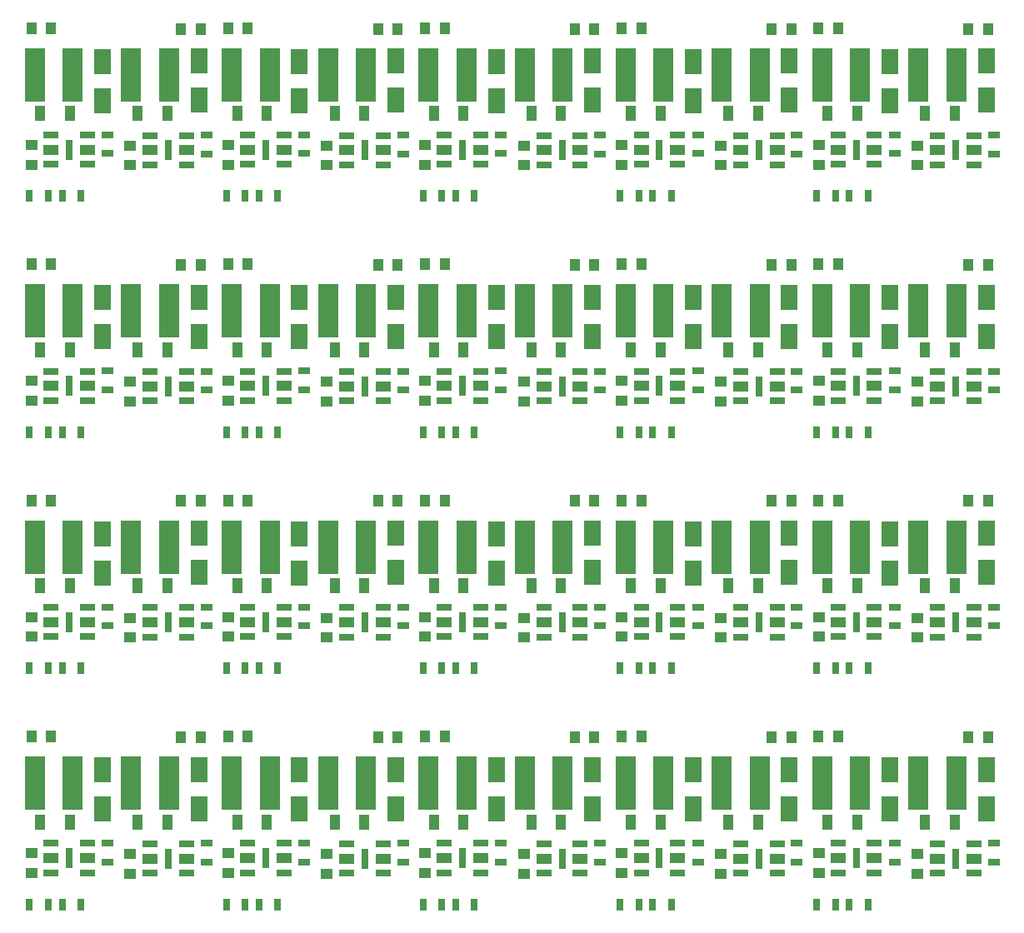
<source format=gtp>
G04 #@! TF.FileFunction,Paste,Top*
%FSLAX46Y46*%
G04 Gerber Fmt 4.6, Leading zero omitted, Abs format (unit mm)*
G04 Created by KiCad (PCBNEW 4.0.2-stable) date 9/7/2017 8:18:55 PM*
%MOMM*%
G01*
G04 APERTURE LIST*
%ADD10C,0.100000*%
%ADD11R,1.500000X0.700000*%
%ADD12R,1.500000X1.000000*%
%ADD13R,0.800000X2.000000*%
%ADD14R,1.300000X0.700000*%
%ADD15R,1.250000X1.000000*%
%ADD16R,1.800000X2.500000*%
%ADD17R,2.150000X5.500000*%
%ADD18R,1.000000X1.600000*%
%ADD19R,1.000000X1.250000*%
%ADD20R,0.700000X1.300000*%
G04 APERTURE END LIST*
D10*
D11*
X136752000Y-134800000D03*
X136752000Y-137800000D03*
X133052000Y-134800000D03*
D12*
X133052000Y-136300000D03*
D11*
X133052000Y-137800000D03*
D12*
X136752000Y-136300000D03*
D13*
X134902000Y-136300000D03*
D11*
X116752000Y-134800000D03*
X116752000Y-137800000D03*
X113052000Y-134800000D03*
D12*
X113052000Y-136300000D03*
D11*
X113052000Y-137800000D03*
D12*
X116752000Y-136300000D03*
D13*
X114902000Y-136300000D03*
D11*
X96752000Y-134800000D03*
X96752000Y-137800000D03*
X93052000Y-134800000D03*
D12*
X93052000Y-136300000D03*
D11*
X93052000Y-137800000D03*
D12*
X96752000Y-136300000D03*
D13*
X94902000Y-136300000D03*
D11*
X76752000Y-134800000D03*
X76752000Y-137800000D03*
X73052000Y-134800000D03*
D12*
X73052000Y-136300000D03*
D11*
X73052000Y-137800000D03*
D12*
X76752000Y-136300000D03*
D13*
X74902000Y-136300000D03*
D11*
X56752000Y-134800000D03*
X56752000Y-137800000D03*
X53052000Y-134800000D03*
D12*
X53052000Y-136300000D03*
D11*
X53052000Y-137800000D03*
D12*
X56752000Y-136300000D03*
D13*
X54902000Y-136300000D03*
D11*
X136752000Y-110800000D03*
X136752000Y-113800000D03*
X133052000Y-110800000D03*
D12*
X133052000Y-112300000D03*
D11*
X133052000Y-113800000D03*
D12*
X136752000Y-112300000D03*
D13*
X134902000Y-112300000D03*
D11*
X116752000Y-110800000D03*
X116752000Y-113800000D03*
X113052000Y-110800000D03*
D12*
X113052000Y-112300000D03*
D11*
X113052000Y-113800000D03*
D12*
X116752000Y-112300000D03*
D13*
X114902000Y-112300000D03*
D11*
X96752000Y-110800000D03*
X96752000Y-113800000D03*
X93052000Y-110800000D03*
D12*
X93052000Y-112300000D03*
D11*
X93052000Y-113800000D03*
D12*
X96752000Y-112300000D03*
D13*
X94902000Y-112300000D03*
D11*
X76752000Y-110800000D03*
X76752000Y-113800000D03*
X73052000Y-110800000D03*
D12*
X73052000Y-112300000D03*
D11*
X73052000Y-113800000D03*
D12*
X76752000Y-112300000D03*
D13*
X74902000Y-112300000D03*
D11*
X56752000Y-110800000D03*
X56752000Y-113800000D03*
X53052000Y-110800000D03*
D12*
X53052000Y-112300000D03*
D11*
X53052000Y-113800000D03*
D12*
X56752000Y-112300000D03*
D13*
X54902000Y-112300000D03*
D11*
X136752000Y-86800000D03*
X136752000Y-89800000D03*
X133052000Y-86800000D03*
D12*
X133052000Y-88300000D03*
D11*
X133052000Y-89800000D03*
D12*
X136752000Y-88300000D03*
D13*
X134902000Y-88300000D03*
D11*
X116752000Y-86800000D03*
X116752000Y-89800000D03*
X113052000Y-86800000D03*
D12*
X113052000Y-88300000D03*
D11*
X113052000Y-89800000D03*
D12*
X116752000Y-88300000D03*
D13*
X114902000Y-88300000D03*
D11*
X96752000Y-86800000D03*
X96752000Y-89800000D03*
X93052000Y-86800000D03*
D12*
X93052000Y-88300000D03*
D11*
X93052000Y-89800000D03*
D12*
X96752000Y-88300000D03*
D13*
X94902000Y-88300000D03*
D11*
X76752000Y-86800000D03*
X76752000Y-89800000D03*
X73052000Y-86800000D03*
D12*
X73052000Y-88300000D03*
D11*
X73052000Y-89800000D03*
D12*
X76752000Y-88300000D03*
D13*
X74902000Y-88300000D03*
D11*
X56752000Y-86800000D03*
X56752000Y-89800000D03*
X53052000Y-86800000D03*
D12*
X53052000Y-88300000D03*
D11*
X53052000Y-89800000D03*
D12*
X56752000Y-88300000D03*
D13*
X54902000Y-88300000D03*
D11*
X136752000Y-62800000D03*
X136752000Y-65800000D03*
X133052000Y-62800000D03*
D12*
X133052000Y-64300000D03*
D11*
X133052000Y-65800000D03*
D12*
X136752000Y-64300000D03*
D13*
X134902000Y-64300000D03*
D11*
X116752000Y-62800000D03*
X116752000Y-65800000D03*
X113052000Y-62800000D03*
D12*
X113052000Y-64300000D03*
D11*
X113052000Y-65800000D03*
D12*
X116752000Y-64300000D03*
D13*
X114902000Y-64300000D03*
D11*
X96752000Y-62800000D03*
X96752000Y-65800000D03*
X93052000Y-62800000D03*
D12*
X93052000Y-64300000D03*
D11*
X93052000Y-65800000D03*
D12*
X96752000Y-64300000D03*
D13*
X94902000Y-64300000D03*
D11*
X76752000Y-62800000D03*
X76752000Y-65800000D03*
X73052000Y-62800000D03*
D12*
X73052000Y-64300000D03*
D11*
X73052000Y-65800000D03*
D12*
X76752000Y-64300000D03*
D13*
X74902000Y-64300000D03*
D14*
X138813600Y-134791200D03*
X138813600Y-136691200D03*
X118813600Y-134791200D03*
X118813600Y-136691200D03*
X98813600Y-134791200D03*
X98813600Y-136691200D03*
X78813600Y-134791200D03*
X78813600Y-136691200D03*
X58813600Y-134791200D03*
X58813600Y-136691200D03*
X138813600Y-110791200D03*
X138813600Y-112691200D03*
X118813600Y-110791200D03*
X118813600Y-112691200D03*
X98813600Y-110791200D03*
X98813600Y-112691200D03*
X78813600Y-110791200D03*
X78813600Y-112691200D03*
X58813600Y-110791200D03*
X58813600Y-112691200D03*
X138813600Y-86791200D03*
X138813600Y-88691200D03*
X118813600Y-86791200D03*
X118813600Y-88691200D03*
X98813600Y-86791200D03*
X98813600Y-88691200D03*
X78813600Y-86791200D03*
X78813600Y-88691200D03*
X58813600Y-86791200D03*
X58813600Y-88691200D03*
X138813600Y-62791200D03*
X138813600Y-64691200D03*
X118813600Y-62791200D03*
X118813600Y-64691200D03*
X98813600Y-62791200D03*
X98813600Y-64691200D03*
X78813600Y-62791200D03*
X78813600Y-64691200D03*
D15*
X131092000Y-137808000D03*
X131092000Y-135808000D03*
X111092000Y-137808000D03*
X111092000Y-135808000D03*
X91092000Y-137808000D03*
X91092000Y-135808000D03*
X71092000Y-137808000D03*
X71092000Y-135808000D03*
X51092000Y-137808000D03*
X51092000Y-135808000D03*
X131092000Y-113808000D03*
X131092000Y-111808000D03*
X111092000Y-113808000D03*
X111092000Y-111808000D03*
X91092000Y-113808000D03*
X91092000Y-111808000D03*
X71092000Y-113808000D03*
X71092000Y-111808000D03*
X51092000Y-113808000D03*
X51092000Y-111808000D03*
X131092000Y-89808000D03*
X131092000Y-87808000D03*
X111092000Y-89808000D03*
X111092000Y-87808000D03*
X91092000Y-89808000D03*
X91092000Y-87808000D03*
X71092000Y-89808000D03*
X71092000Y-87808000D03*
X51092000Y-89808000D03*
X51092000Y-87808000D03*
X131092000Y-65808000D03*
X131092000Y-63808000D03*
X111092000Y-65808000D03*
X111092000Y-63808000D03*
X91092000Y-65808000D03*
X91092000Y-63808000D03*
X71092000Y-65808000D03*
X71092000Y-63808000D03*
D11*
X146857000Y-134839500D03*
X146857000Y-137839500D03*
X143157000Y-134839500D03*
D12*
X143157000Y-136339500D03*
D11*
X143157000Y-137839500D03*
D12*
X146857000Y-136339500D03*
D13*
X145007000Y-136339500D03*
D11*
X126857000Y-134839500D03*
X126857000Y-137839500D03*
X123157000Y-134839500D03*
D12*
X123157000Y-136339500D03*
D11*
X123157000Y-137839500D03*
D12*
X126857000Y-136339500D03*
D13*
X125007000Y-136339500D03*
D11*
X106857000Y-134839500D03*
X106857000Y-137839500D03*
X103157000Y-134839500D03*
D12*
X103157000Y-136339500D03*
D11*
X103157000Y-137839500D03*
D12*
X106857000Y-136339500D03*
D13*
X105007000Y-136339500D03*
D11*
X86857000Y-134839500D03*
X86857000Y-137839500D03*
X83157000Y-134839500D03*
D12*
X83157000Y-136339500D03*
D11*
X83157000Y-137839500D03*
D12*
X86857000Y-136339500D03*
D13*
X85007000Y-136339500D03*
D11*
X66857000Y-134839500D03*
X66857000Y-137839500D03*
X63157000Y-134839500D03*
D12*
X63157000Y-136339500D03*
D11*
X63157000Y-137839500D03*
D12*
X66857000Y-136339500D03*
D13*
X65007000Y-136339500D03*
D11*
X146857000Y-110839500D03*
X146857000Y-113839500D03*
X143157000Y-110839500D03*
D12*
X143157000Y-112339500D03*
D11*
X143157000Y-113839500D03*
D12*
X146857000Y-112339500D03*
D13*
X145007000Y-112339500D03*
D11*
X126857000Y-110839500D03*
X126857000Y-113839500D03*
X123157000Y-110839500D03*
D12*
X123157000Y-112339500D03*
D11*
X123157000Y-113839500D03*
D12*
X126857000Y-112339500D03*
D13*
X125007000Y-112339500D03*
D11*
X106857000Y-110839500D03*
X106857000Y-113839500D03*
X103157000Y-110839500D03*
D12*
X103157000Y-112339500D03*
D11*
X103157000Y-113839500D03*
D12*
X106857000Y-112339500D03*
D13*
X105007000Y-112339500D03*
D11*
X86857000Y-110839500D03*
X86857000Y-113839500D03*
X83157000Y-110839500D03*
D12*
X83157000Y-112339500D03*
D11*
X83157000Y-113839500D03*
D12*
X86857000Y-112339500D03*
D13*
X85007000Y-112339500D03*
D11*
X66857000Y-110839500D03*
X66857000Y-113839500D03*
X63157000Y-110839500D03*
D12*
X63157000Y-112339500D03*
D11*
X63157000Y-113839500D03*
D12*
X66857000Y-112339500D03*
D13*
X65007000Y-112339500D03*
D11*
X146857000Y-86839500D03*
X146857000Y-89839500D03*
X143157000Y-86839500D03*
D12*
X143157000Y-88339500D03*
D11*
X143157000Y-89839500D03*
D12*
X146857000Y-88339500D03*
D13*
X145007000Y-88339500D03*
D11*
X126857000Y-86839500D03*
X126857000Y-89839500D03*
X123157000Y-86839500D03*
D12*
X123157000Y-88339500D03*
D11*
X123157000Y-89839500D03*
D12*
X126857000Y-88339500D03*
D13*
X125007000Y-88339500D03*
D11*
X106857000Y-86839500D03*
X106857000Y-89839500D03*
X103157000Y-86839500D03*
D12*
X103157000Y-88339500D03*
D11*
X103157000Y-89839500D03*
D12*
X106857000Y-88339500D03*
D13*
X105007000Y-88339500D03*
D11*
X86857000Y-86839500D03*
X86857000Y-89839500D03*
X83157000Y-86839500D03*
D12*
X83157000Y-88339500D03*
D11*
X83157000Y-89839500D03*
D12*
X86857000Y-88339500D03*
D13*
X85007000Y-88339500D03*
D11*
X66857000Y-86839500D03*
X66857000Y-89839500D03*
X63157000Y-86839500D03*
D12*
X63157000Y-88339500D03*
D11*
X63157000Y-89839500D03*
D12*
X66857000Y-88339500D03*
D13*
X65007000Y-88339500D03*
D11*
X146857000Y-62839500D03*
X146857000Y-65839500D03*
X143157000Y-62839500D03*
D12*
X143157000Y-64339500D03*
D11*
X143157000Y-65839500D03*
D12*
X146857000Y-64339500D03*
D13*
X145007000Y-64339500D03*
D11*
X126857000Y-62839500D03*
X126857000Y-65839500D03*
X123157000Y-62839500D03*
D12*
X123157000Y-64339500D03*
D11*
X123157000Y-65839500D03*
D12*
X126857000Y-64339500D03*
D13*
X125007000Y-64339500D03*
D11*
X106857000Y-62839500D03*
X106857000Y-65839500D03*
X103157000Y-62839500D03*
D12*
X103157000Y-64339500D03*
D11*
X103157000Y-65839500D03*
D12*
X106857000Y-64339500D03*
D13*
X105007000Y-64339500D03*
D11*
X86857000Y-62839500D03*
X86857000Y-65839500D03*
X83157000Y-62839500D03*
D12*
X83157000Y-64339500D03*
D11*
X83157000Y-65839500D03*
D12*
X86857000Y-64339500D03*
D13*
X85007000Y-64339500D03*
D15*
X141125000Y-137871500D03*
X141125000Y-135871500D03*
X121125000Y-137871500D03*
X121125000Y-135871500D03*
X101125000Y-137871500D03*
X101125000Y-135871500D03*
X81125000Y-137871500D03*
X81125000Y-135871500D03*
X61125000Y-137871500D03*
X61125000Y-135871500D03*
X141125000Y-113871500D03*
X141125000Y-111871500D03*
X121125000Y-113871500D03*
X121125000Y-111871500D03*
X101125000Y-113871500D03*
X101125000Y-111871500D03*
X81125000Y-113871500D03*
X81125000Y-111871500D03*
X61125000Y-113871500D03*
X61125000Y-111871500D03*
X141125000Y-89871500D03*
X141125000Y-87871500D03*
X121125000Y-89871500D03*
X121125000Y-87871500D03*
X101125000Y-89871500D03*
X101125000Y-87871500D03*
X81125000Y-89871500D03*
X81125000Y-87871500D03*
X61125000Y-89871500D03*
X61125000Y-87871500D03*
X141125000Y-65871500D03*
X141125000Y-63871500D03*
X121125000Y-65871500D03*
X121125000Y-63871500D03*
X101125000Y-65871500D03*
X101125000Y-63871500D03*
X81125000Y-65871500D03*
X81125000Y-63871500D03*
D14*
X148872000Y-134803900D03*
X148872000Y-136703900D03*
X128872000Y-134803900D03*
X128872000Y-136703900D03*
X108872000Y-134803900D03*
X108872000Y-136703900D03*
X88872000Y-134803900D03*
X88872000Y-136703900D03*
X68872000Y-134803900D03*
X68872000Y-136703900D03*
X148872000Y-110803900D03*
X148872000Y-112703900D03*
X128872000Y-110803900D03*
X128872000Y-112703900D03*
X108872000Y-110803900D03*
X108872000Y-112703900D03*
X88872000Y-110803900D03*
X88872000Y-112703900D03*
X68872000Y-110803900D03*
X68872000Y-112703900D03*
X148872000Y-86803900D03*
X148872000Y-88703900D03*
X128872000Y-86803900D03*
X128872000Y-88703900D03*
X108872000Y-86803900D03*
X108872000Y-88703900D03*
X88872000Y-86803900D03*
X88872000Y-88703900D03*
X68872000Y-86803900D03*
X68872000Y-88703900D03*
X148872000Y-62803900D03*
X148872000Y-64703900D03*
X128872000Y-62803900D03*
X128872000Y-64703900D03*
X108872000Y-62803900D03*
X108872000Y-64703900D03*
X88872000Y-62803900D03*
X88872000Y-64703900D03*
D16*
X138331000Y-131315000D03*
X138331000Y-127315000D03*
X118331000Y-131315000D03*
X118331000Y-127315000D03*
X98331000Y-131315000D03*
X98331000Y-127315000D03*
X78331000Y-131315000D03*
X78331000Y-127315000D03*
X58331000Y-131315000D03*
X58331000Y-127315000D03*
X138331000Y-107315000D03*
X138331000Y-103315000D03*
X118331000Y-107315000D03*
X118331000Y-103315000D03*
X98331000Y-107315000D03*
X98331000Y-103315000D03*
X78331000Y-107315000D03*
X78331000Y-103315000D03*
X58331000Y-107315000D03*
X58331000Y-103315000D03*
X138331000Y-83315000D03*
X138331000Y-79315000D03*
X118331000Y-83315000D03*
X118331000Y-79315000D03*
X98331000Y-83315000D03*
X98331000Y-79315000D03*
X78331000Y-83315000D03*
X78331000Y-79315000D03*
X58331000Y-83315000D03*
X58331000Y-79315000D03*
X138331000Y-59315000D03*
X138331000Y-55315000D03*
X118331000Y-59315000D03*
X118331000Y-55315000D03*
X98331000Y-59315000D03*
X98331000Y-55315000D03*
X78331000Y-59315000D03*
X78331000Y-55315000D03*
D17*
X131453000Y-128680000D03*
X135303000Y-128680000D03*
X111453000Y-128680000D03*
X115303000Y-128680000D03*
X91453000Y-128680000D03*
X95303000Y-128680000D03*
X71453000Y-128680000D03*
X75303000Y-128680000D03*
X51453000Y-128680000D03*
X55303000Y-128680000D03*
X131453000Y-104680000D03*
X135303000Y-104680000D03*
X111453000Y-104680000D03*
X115303000Y-104680000D03*
X91453000Y-104680000D03*
X95303000Y-104680000D03*
X71453000Y-104680000D03*
X75303000Y-104680000D03*
X51453000Y-104680000D03*
X55303000Y-104680000D03*
X131453000Y-80680000D03*
X135303000Y-80680000D03*
X111453000Y-80680000D03*
X115303000Y-80680000D03*
X91453000Y-80680000D03*
X95303000Y-80680000D03*
X71453000Y-80680000D03*
X75303000Y-80680000D03*
X51453000Y-80680000D03*
X55303000Y-80680000D03*
X131453000Y-56680000D03*
X135303000Y-56680000D03*
X111453000Y-56680000D03*
X115303000Y-56680000D03*
X91453000Y-56680000D03*
X95303000Y-56680000D03*
X71453000Y-56680000D03*
X75303000Y-56680000D03*
D18*
X132005000Y-132617000D03*
X135005000Y-132617000D03*
X112005000Y-132617000D03*
X115005000Y-132617000D03*
X92005000Y-132617000D03*
X95005000Y-132617000D03*
X72005000Y-132617000D03*
X75005000Y-132617000D03*
X52005000Y-132617000D03*
X55005000Y-132617000D03*
X132005000Y-108617000D03*
X135005000Y-108617000D03*
X112005000Y-108617000D03*
X115005000Y-108617000D03*
X92005000Y-108617000D03*
X95005000Y-108617000D03*
X72005000Y-108617000D03*
X75005000Y-108617000D03*
X52005000Y-108617000D03*
X55005000Y-108617000D03*
X132005000Y-84617000D03*
X135005000Y-84617000D03*
X112005000Y-84617000D03*
X115005000Y-84617000D03*
X92005000Y-84617000D03*
X95005000Y-84617000D03*
X72005000Y-84617000D03*
X75005000Y-84617000D03*
X52005000Y-84617000D03*
X55005000Y-84617000D03*
X132005000Y-60617000D03*
X135005000Y-60617000D03*
X112005000Y-60617000D03*
X115005000Y-60617000D03*
X92005000Y-60617000D03*
X95005000Y-60617000D03*
X72005000Y-60617000D03*
X75005000Y-60617000D03*
D19*
X131082600Y-123955600D03*
X133082600Y-123955600D03*
X111082600Y-123955600D03*
X113082600Y-123955600D03*
X91082600Y-123955600D03*
X93082600Y-123955600D03*
X71082600Y-123955600D03*
X73082600Y-123955600D03*
X51082600Y-123955600D03*
X53082600Y-123955600D03*
X131082600Y-99955600D03*
X133082600Y-99955600D03*
X111082600Y-99955600D03*
X113082600Y-99955600D03*
X91082600Y-99955600D03*
X93082600Y-99955600D03*
X71082600Y-99955600D03*
X73082600Y-99955600D03*
X51082600Y-99955600D03*
X53082600Y-99955600D03*
X131082600Y-75955600D03*
X133082600Y-75955600D03*
X111082600Y-75955600D03*
X113082600Y-75955600D03*
X91082600Y-75955600D03*
X93082600Y-75955600D03*
X71082600Y-75955600D03*
X73082600Y-75955600D03*
X51082600Y-75955600D03*
X53082600Y-75955600D03*
X131082600Y-51955600D03*
X133082600Y-51955600D03*
X111082600Y-51955600D03*
X113082600Y-51955600D03*
X91082600Y-51955600D03*
X93082600Y-51955600D03*
X71082600Y-51955600D03*
X73082600Y-51955600D03*
D16*
X148110000Y-131283000D03*
X148110000Y-127283000D03*
X128110000Y-131283000D03*
X128110000Y-127283000D03*
X108110000Y-131283000D03*
X108110000Y-127283000D03*
X88110000Y-131283000D03*
X88110000Y-127283000D03*
X68110000Y-131283000D03*
X68110000Y-127283000D03*
X148110000Y-107283000D03*
X148110000Y-103283000D03*
X128110000Y-107283000D03*
X128110000Y-103283000D03*
X108110000Y-107283000D03*
X108110000Y-103283000D03*
X88110000Y-107283000D03*
X88110000Y-103283000D03*
X68110000Y-107283000D03*
X68110000Y-103283000D03*
X148110000Y-83283000D03*
X148110000Y-79283000D03*
X128110000Y-83283000D03*
X128110000Y-79283000D03*
X108110000Y-83283000D03*
X108110000Y-79283000D03*
X88110000Y-83283000D03*
X88110000Y-79283000D03*
X68110000Y-83283000D03*
X68110000Y-79283000D03*
X148110000Y-59283000D03*
X148110000Y-55283000D03*
X128110000Y-59283000D03*
X128110000Y-55283000D03*
X108110000Y-59283000D03*
X108110000Y-55283000D03*
X88110000Y-59283000D03*
X88110000Y-55283000D03*
D18*
X141911000Y-132617000D03*
X144911000Y-132617000D03*
X121911000Y-132617000D03*
X124911000Y-132617000D03*
X101911000Y-132617000D03*
X104911000Y-132617000D03*
X81911000Y-132617000D03*
X84911000Y-132617000D03*
X61911000Y-132617000D03*
X64911000Y-132617000D03*
X141911000Y-108617000D03*
X144911000Y-108617000D03*
X121911000Y-108617000D03*
X124911000Y-108617000D03*
X101911000Y-108617000D03*
X104911000Y-108617000D03*
X81911000Y-108617000D03*
X84911000Y-108617000D03*
X61911000Y-108617000D03*
X64911000Y-108617000D03*
X141911000Y-84617000D03*
X144911000Y-84617000D03*
X121911000Y-84617000D03*
X124911000Y-84617000D03*
X101911000Y-84617000D03*
X104911000Y-84617000D03*
X81911000Y-84617000D03*
X84911000Y-84617000D03*
X61911000Y-84617000D03*
X64911000Y-84617000D03*
X141911000Y-60617000D03*
X144911000Y-60617000D03*
X121911000Y-60617000D03*
X124911000Y-60617000D03*
X101911000Y-60617000D03*
X104911000Y-60617000D03*
X81911000Y-60617000D03*
X84911000Y-60617000D03*
D19*
X148297200Y-124006400D03*
X146297200Y-124006400D03*
X128297200Y-124006400D03*
X126297200Y-124006400D03*
X108297200Y-124006400D03*
X106297200Y-124006400D03*
X88297200Y-124006400D03*
X86297200Y-124006400D03*
X68297200Y-124006400D03*
X66297200Y-124006400D03*
X148297200Y-100006400D03*
X146297200Y-100006400D03*
X128297200Y-100006400D03*
X126297200Y-100006400D03*
X108297200Y-100006400D03*
X106297200Y-100006400D03*
X88297200Y-100006400D03*
X86297200Y-100006400D03*
X68297200Y-100006400D03*
X66297200Y-100006400D03*
X148297200Y-76006400D03*
X146297200Y-76006400D03*
X128297200Y-76006400D03*
X126297200Y-76006400D03*
X108297200Y-76006400D03*
X106297200Y-76006400D03*
X88297200Y-76006400D03*
X86297200Y-76006400D03*
X68297200Y-76006400D03*
X66297200Y-76006400D03*
X148297200Y-52006400D03*
X146297200Y-52006400D03*
X128297200Y-52006400D03*
X126297200Y-52006400D03*
X108297200Y-52006400D03*
X106297200Y-52006400D03*
X88297200Y-52006400D03*
X86297200Y-52006400D03*
D17*
X141232000Y-128680000D03*
X145082000Y-128680000D03*
X121232000Y-128680000D03*
X125082000Y-128680000D03*
X101232000Y-128680000D03*
X105082000Y-128680000D03*
X81232000Y-128680000D03*
X85082000Y-128680000D03*
X61232000Y-128680000D03*
X65082000Y-128680000D03*
X141232000Y-104680000D03*
X145082000Y-104680000D03*
X121232000Y-104680000D03*
X125082000Y-104680000D03*
X101232000Y-104680000D03*
X105082000Y-104680000D03*
X81232000Y-104680000D03*
X85082000Y-104680000D03*
X61232000Y-104680000D03*
X65082000Y-104680000D03*
X141232000Y-80680000D03*
X145082000Y-80680000D03*
X121232000Y-80680000D03*
X125082000Y-80680000D03*
X101232000Y-80680000D03*
X105082000Y-80680000D03*
X81232000Y-80680000D03*
X85082000Y-80680000D03*
X61232000Y-80680000D03*
X65082000Y-80680000D03*
X141232000Y-56680000D03*
X145082000Y-56680000D03*
X121232000Y-56680000D03*
X125082000Y-56680000D03*
X101232000Y-56680000D03*
X105082000Y-56680000D03*
X81232000Y-56680000D03*
X85082000Y-56680000D03*
D20*
X136116200Y-140999000D03*
X134216200Y-140999000D03*
X116116200Y-140999000D03*
X114216200Y-140999000D03*
X96116200Y-140999000D03*
X94216200Y-140999000D03*
X76116200Y-140999000D03*
X74216200Y-140999000D03*
X56116200Y-140999000D03*
X54216200Y-140999000D03*
X136116200Y-116999000D03*
X134216200Y-116999000D03*
X116116200Y-116999000D03*
X114216200Y-116999000D03*
X96116200Y-116999000D03*
X94216200Y-116999000D03*
X76116200Y-116999000D03*
X74216200Y-116999000D03*
X56116200Y-116999000D03*
X54216200Y-116999000D03*
X136116200Y-92999000D03*
X134216200Y-92999000D03*
X116116200Y-92999000D03*
X114216200Y-92999000D03*
X96116200Y-92999000D03*
X94216200Y-92999000D03*
X76116200Y-92999000D03*
X74216200Y-92999000D03*
X56116200Y-92999000D03*
X54216200Y-92999000D03*
X136116200Y-68999000D03*
X134216200Y-68999000D03*
X116116200Y-68999000D03*
X114216200Y-68999000D03*
X96116200Y-68999000D03*
X94216200Y-68999000D03*
X76116200Y-68999000D03*
X74216200Y-68999000D03*
X132804000Y-140999000D03*
X130904000Y-140999000D03*
X112804000Y-140999000D03*
X110904000Y-140999000D03*
X92804000Y-140999000D03*
X90904000Y-140999000D03*
X72804000Y-140999000D03*
X70904000Y-140999000D03*
X52804000Y-140999000D03*
X50904000Y-140999000D03*
X132804000Y-116999000D03*
X130904000Y-116999000D03*
X112804000Y-116999000D03*
X110904000Y-116999000D03*
X92804000Y-116999000D03*
X90904000Y-116999000D03*
X72804000Y-116999000D03*
X70904000Y-116999000D03*
X52804000Y-116999000D03*
X50904000Y-116999000D03*
X132804000Y-92999000D03*
X130904000Y-92999000D03*
X112804000Y-92999000D03*
X110904000Y-92999000D03*
X92804000Y-92999000D03*
X90904000Y-92999000D03*
X72804000Y-92999000D03*
X70904000Y-92999000D03*
X52804000Y-92999000D03*
X50904000Y-92999000D03*
X132804000Y-68999000D03*
X130904000Y-68999000D03*
X112804000Y-68999000D03*
X110904000Y-68999000D03*
X92804000Y-68999000D03*
X90904000Y-68999000D03*
X72804000Y-68999000D03*
X70904000Y-68999000D03*
D19*
X51082600Y-51955600D03*
X53082600Y-51955600D03*
X68297200Y-52006400D03*
X66297200Y-52006400D03*
D18*
X61911000Y-60617000D03*
X64911000Y-60617000D03*
X52005000Y-60617000D03*
X55005000Y-60617000D03*
D15*
X51092000Y-65808000D03*
X51092000Y-63808000D03*
X61125000Y-65871500D03*
X61125000Y-63871500D03*
D17*
X51453000Y-56680000D03*
X55303000Y-56680000D03*
X61232000Y-56680000D03*
X65082000Y-56680000D03*
D14*
X58813600Y-62791200D03*
X58813600Y-64691200D03*
X68872000Y-62803900D03*
X68872000Y-64703900D03*
D20*
X52804000Y-68999000D03*
X50904000Y-68999000D03*
X56116200Y-68999000D03*
X54216200Y-68999000D03*
D16*
X58331000Y-59315000D03*
X58331000Y-55315000D03*
X68110000Y-59283000D03*
X68110000Y-55283000D03*
D11*
X66857000Y-62839500D03*
X66857000Y-65839500D03*
X63157000Y-62839500D03*
D12*
X63157000Y-64339500D03*
D11*
X63157000Y-65839500D03*
D12*
X66857000Y-64339500D03*
D13*
X65007000Y-64339500D03*
D11*
X56752000Y-62800000D03*
X56752000Y-65800000D03*
X53052000Y-62800000D03*
D12*
X53052000Y-64300000D03*
D11*
X53052000Y-65800000D03*
D12*
X56752000Y-64300000D03*
D13*
X54902000Y-64300000D03*
M02*

</source>
